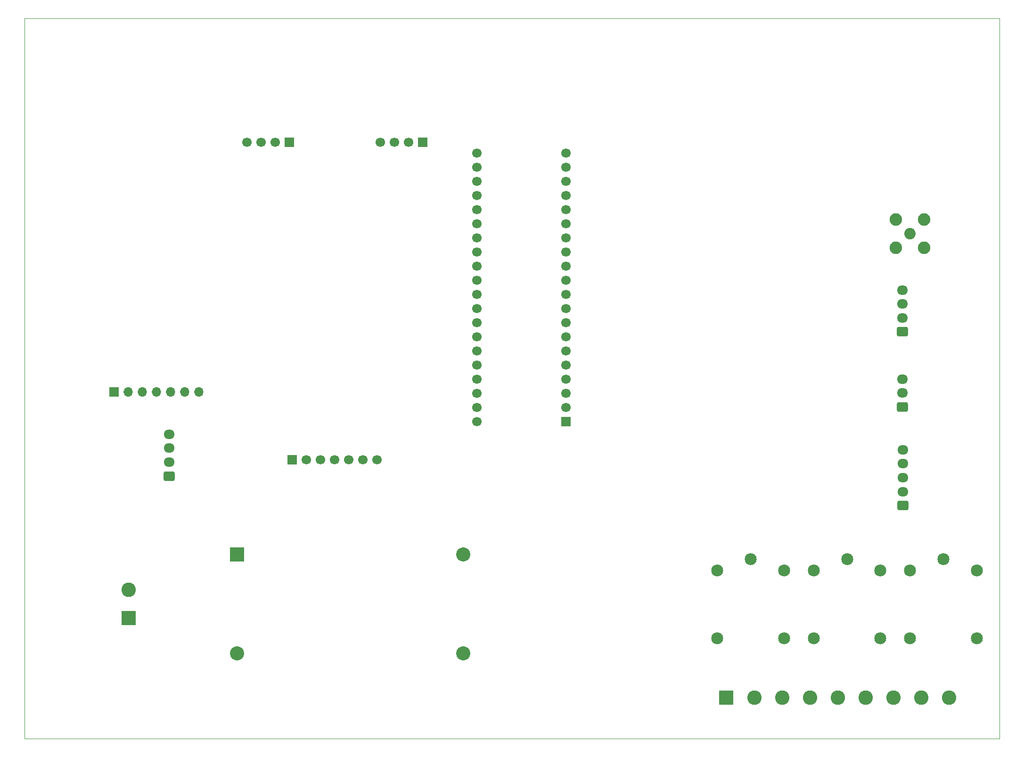
<source format=gbs>
%TF.GenerationSoftware,KiCad,Pcbnew,8.0.4*%
%TF.CreationDate,2025-02-08T22:12:46+05:30*%
%TF.ProjectId,CAR PCB,43415220-5043-4422-9e6b-696361645f70,rev?*%
%TF.SameCoordinates,Original*%
%TF.FileFunction,Soldermask,Bot*%
%TF.FilePolarity,Negative*%
%FSLAX46Y46*%
G04 Gerber Fmt 4.6, Leading zero omitted, Abs format (unit mm)*
G04 Created by KiCad (PCBNEW 8.0.4) date 2025-02-08 22:12:46*
%MOMM*%
%LPD*%
G01*
G04 APERTURE LIST*
G04 Aperture macros list*
%AMRoundRect*
0 Rectangle with rounded corners*
0 $1 Rounding radius*
0 $2 $3 $4 $5 $6 $7 $8 $9 X,Y pos of 4 corners*
0 Add a 4 corners polygon primitive as box body*
4,1,4,$2,$3,$4,$5,$6,$7,$8,$9,$2,$3,0*
0 Add four circle primitives for the rounded corners*
1,1,$1+$1,$2,$3*
1,1,$1+$1,$4,$5*
1,1,$1+$1,$6,$7*
1,1,$1+$1,$8,$9*
0 Add four rect primitives between the rounded corners*
20,1,$1+$1,$2,$3,$4,$5,0*
20,1,$1+$1,$4,$5,$6,$7,0*
20,1,$1+$1,$6,$7,$8,$9,0*
20,1,$1+$1,$8,$9,$2,$3,0*%
G04 Aperture macros list end*
%ADD10R,1.700000X1.700000*%
%ADD11O,1.700000X1.700000*%
%ADD12R,2.600000X2.600000*%
%ADD13C,2.600000*%
%ADD14C,2.154000*%
%ADD15C,1.700000*%
%ADD16RoundRect,0.250000X0.725000X-0.600000X0.725000X0.600000X-0.725000X0.600000X-0.725000X-0.600000X0*%
%ADD17O,1.950000X1.700000*%
%ADD18R,2.540000X2.540000*%
%ADD19C,2.540000*%
%ADD20C,2.050000*%
%ADD21C,2.250000*%
%TA.AperFunction,Profile*%
%ADD22C,0.050000*%
%TD*%
G04 APERTURE END LIST*
D10*
%TO.C,J601*%
X70104000Y-102362000D03*
D11*
X72644000Y-102362000D03*
X75184000Y-102362000D03*
X77724000Y-102362000D03*
X80264000Y-102362000D03*
X82804000Y-102362000D03*
X85344000Y-102362000D03*
%TD*%
D12*
%TO.C,J701*%
X180091000Y-157353000D03*
D13*
X185091000Y-157353000D03*
X190091000Y-157353000D03*
X195091000Y-157353000D03*
X200091000Y-157353000D03*
X205091000Y-157353000D03*
X210091000Y-157353000D03*
X215091000Y-157353000D03*
X220091000Y-157353000D03*
%TD*%
D14*
%TO.C,K702*%
X195772000Y-134461000D03*
X207772000Y-134461000D03*
X201772000Y-132461000D03*
X207772000Y-146661000D03*
X195772000Y-146661000D03*
%TD*%
%TO.C,K701*%
X178484500Y-134461000D03*
X190484500Y-134461000D03*
X184484500Y-132461000D03*
X190484500Y-146661000D03*
X178484500Y-146661000D03*
%TD*%
%TO.C,K703*%
X213059500Y-134461000D03*
X225059500Y-134461000D03*
X219059500Y-132461000D03*
X225059500Y-146661000D03*
X213059500Y-146661000D03*
%TD*%
D10*
%TO.C,U301*%
X151281000Y-107696000D03*
D15*
X151281000Y-105156000D03*
X151281000Y-102616000D03*
X151281000Y-100076000D03*
X151281000Y-97536000D03*
X151281000Y-94996000D03*
X151281000Y-92456000D03*
X151281000Y-89916000D03*
X151281000Y-87376000D03*
X151281000Y-84836000D03*
X151281000Y-82296000D03*
X151281000Y-79756000D03*
X151281000Y-77216000D03*
X151281000Y-74676000D03*
X151281000Y-72136000D03*
X151281000Y-69596000D03*
X151281000Y-67056000D03*
X151281000Y-64516000D03*
X151281000Y-61976000D03*
X151281000Y-59436000D03*
X135231000Y-107696000D03*
X135231000Y-105156000D03*
X135231000Y-102616000D03*
X135231000Y-100076000D03*
X135231000Y-97536000D03*
X135231000Y-94996000D03*
X135231000Y-92456000D03*
X135231000Y-89916000D03*
X135231000Y-87376000D03*
X135231000Y-84836000D03*
X135231000Y-82296000D03*
X135231000Y-79756000D03*
X135231000Y-77216000D03*
X135231000Y-74676000D03*
X135231000Y-72136000D03*
X135231000Y-69596000D03*
X135231000Y-67056000D03*
X135231000Y-64516000D03*
X135231000Y-61976000D03*
X135231000Y-59436000D03*
%TD*%
D16*
%TO.C,SW201*%
X211709000Y-91567000D03*
D17*
X211709000Y-89067000D03*
X211709000Y-86567000D03*
X211709000Y-84067000D03*
%TD*%
D10*
%TO.C,J401*%
X102108000Y-114554000D03*
D15*
X104648000Y-114554000D03*
X107188000Y-114554000D03*
X109728000Y-114554000D03*
X112268000Y-114554000D03*
X114808000Y-114554000D03*
X117348000Y-114554000D03*
D10*
X125538000Y-57514000D03*
D15*
X122998000Y-57514000D03*
X120458000Y-57514000D03*
X117918000Y-57514000D03*
D10*
X101538000Y-57514000D03*
D15*
X98998000Y-57514000D03*
X96458000Y-57514000D03*
X93918000Y-57514000D03*
%TD*%
D16*
%TO.C,J201*%
X211836000Y-122776000D03*
D17*
X211836000Y-120276000D03*
X211836000Y-117776000D03*
X211836000Y-115276000D03*
X211836000Y-112776000D03*
%TD*%
D16*
%TO.C,J501*%
X80010000Y-117482000D03*
D17*
X80010000Y-114982000D03*
X80010000Y-112482000D03*
X80010000Y-109982000D03*
%TD*%
D18*
%TO.C,U101*%
X92202000Y-131572000D03*
D19*
X92202000Y-149352000D03*
X132842000Y-149352000D03*
X132842000Y-131572000D03*
%TD*%
D12*
%TO.C,J102*%
X72690000Y-143007000D03*
D13*
X72690000Y-137927000D03*
%TD*%
D16*
%TO.C,RV201*%
X211709000Y-105069000D03*
D17*
X211709000Y-102569000D03*
X211709000Y-100069000D03*
%TD*%
D20*
%TO.C,AE101*%
X213106000Y-73914000D03*
D21*
X210566000Y-76454000D03*
X215646000Y-76454000D03*
X210566000Y-71374000D03*
X215646000Y-71374000D03*
%TD*%
D22*
X53987700Y-35204400D02*
X229171500Y-35204400D01*
X229171500Y-164719000D01*
X53987700Y-164719000D01*
X53987700Y-35204400D01*
M02*

</source>
